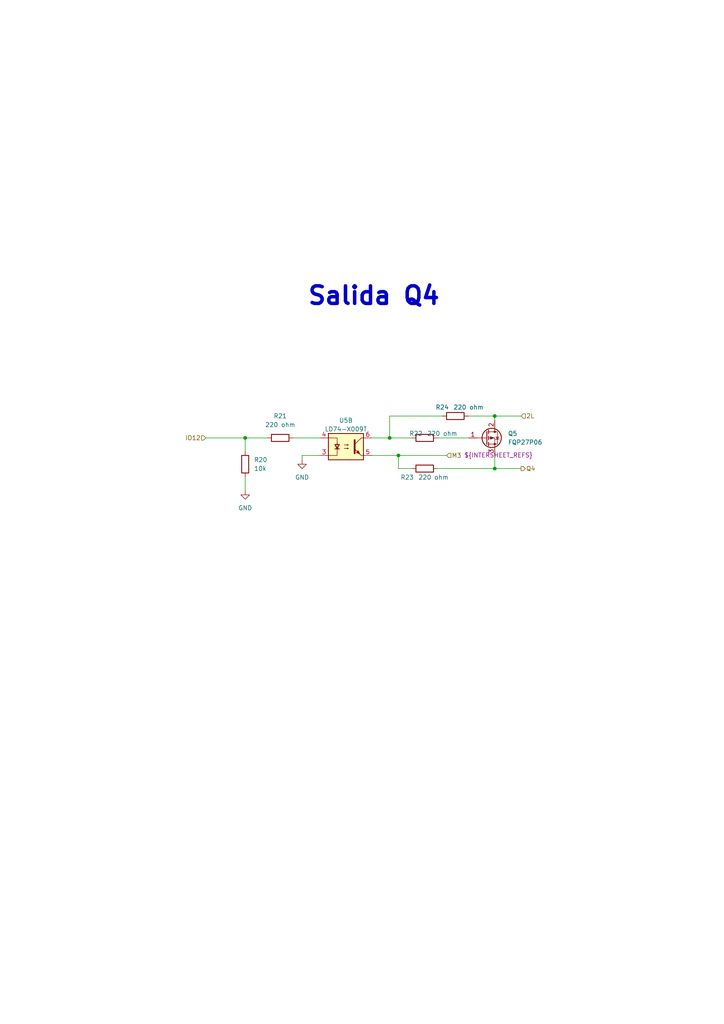
<source format=kicad_sch>
(kicad_sch (version 20221004) (generator eeschema)
  (paper "A4" portrait)
  (title_block (date "2022-10-09") (rev "José Luis Laica"))
  (lib_symbols
    (symbol "Device:R" (pin_numbers hide) (pin_names (offset 0))
      (property "Reference" "R" (at 2.032 0 90))
      (property "Value" "R" (at 0 0 90))
      (symbol "R_0_1"
        (rectangle (start -1.016 -2.54) (end 1.016 2.54) (stroke (width 0.254)))
      )
      (symbol "R_1_1"
        (pin passive line (at 0 3.81 270) (length 1.27) (name "~") (number "1"))
        (pin passive line (at 0 -3.81 90) (length 1.27) (name "~") (number "2"))
      )
    )
    (symbol "Isolator:ILD74" (pin_names (offset 1.016))
      (property "Reference" "U" (at -5.08 5.08 0))
      (property "Value" "ILD74" (at 0 5.08 0))
      (symbol "ILD74_0_1"
        (rectangle (start -5.08 3.81) (end 5.08 -3.81) (stroke (width 0.254)) (fill (type background)))
        (polyline (pts (xy -3.175 -0.635) (xy -1.905 -0.635)) (stroke (width 0.254)))
        (polyline (pts (xy 2.54 0.635) (xy 4.445 2.54)))
        (polyline (pts (xy 4.445 -2.54) (xy 2.54 -0.635)) (fill (type outline)))
        (polyline (pts (xy 4.445 -2.54) (xy 5.08 -2.54)))
        (polyline (pts (xy 4.445 2.54) (xy 5.08 2.54)))
        (polyline (pts (xy -5.08 2.54) (xy -2.54 2.54) (xy -2.54 0.635)))
        (polyline (pts (xy 2.54 1.905) (xy 2.54 -1.905) (xy 2.54 -1.905)) (stroke (width 0.508)))
        (polyline (pts (xy -2.54 -0.635) (xy -3.175 0.635) (xy -1.905 0.635) (xy -2.54 -0.635)) (stroke (width 0.254)))
        (polyline (pts (xy -2.54 -0.635) (xy -2.54 1.27) (xy -2.54 -2.54) (xy -5.08 -2.54)))
        (polyline (pts (xy -0.508 -0.508) (xy 0.762 -0.508) (xy 0.381 -0.635) (xy 0.381 -0.381) (xy 0.762 -0.508)))
        (polyline (pts (xy -0.508 0.508) (xy 0.762 0.508) (xy 0.381 0.381) (xy 0.381 0.635) (xy 0.762 0.508)))
        (polyline (pts (xy 3.048 -1.651) (xy 3.556 -1.143) (xy 4.064 -2.159) (xy 3.048 -1.651) (xy 3.048 -1.651)) (fill (type outline)))
      )
      (symbol "ILD74_1_1"
        (pin passive line (at -7.62 2.54 0) (length 2.54) (name "~") (number "1"))
        (pin passive line (at -7.62 -2.54 0) (length 2.54) (name "~") (number "2"))
        (pin passive line (at 7.62 2.54 180) (length 2.54) (name "~") (number "7"))
        (pin passive line (at 7.62 -2.54 180) (length 2.54) (name "~") (number "8"))
      )
      (symbol "ILD74_2_1"
        (pin passive line (at -7.62 -2.54 0) (length 2.54) (name "~") (number "3"))
        (pin passive line (at -7.62 2.54 0) (length 2.54) (name "~") (number "4"))
        (pin passive line (at 7.62 -2.54 180) (length 2.54) (name "~") (number "5"))
        (pin passive line (at 7.62 2.54 180) (length 2.54) (name "~") (number "6"))
      )
    )
    (symbol "Transistor_FET:FQP27P06" (pin_names hide)
      (property "Reference" "Q" (at 5.08 1.905 0))
      (property "Value" "FQP27P06" (at 5.08 0 0))
      (symbol "FQP27P06_0_1"
        (polyline (pts (xy 0.254 0) (xy -2.54 0)))
        (polyline (pts (xy 0.254 1.905) (xy 0.254 -1.905)) (stroke (width 0.254)))
        (polyline (pts (xy 0.762 -1.27) (xy 0.762 -2.286)) (stroke (width 0.254)))
        (polyline (pts (xy 0.762 0.508) (xy 0.762 -0.508)) (stroke (width 0.254)))
        (polyline (pts (xy 0.762 2.286) (xy 0.762 1.27)) (stroke (width 0.254)))
        (polyline (pts (xy 2.54 2.54) (xy 2.54 1.778)))
        (polyline (pts (xy 2.54 -2.54) (xy 2.54 0) (xy 0.762 0)))
        (polyline (pts (xy 0.762 1.778) (xy 3.302 1.778) (xy 3.302 -1.778) (xy 0.762 -1.778)))
        (polyline (pts (xy 2.286 0) (xy 1.27 0.381) (xy 1.27 -0.381) (xy 2.286 0)) (fill (type outline)))
        (polyline (pts (xy 2.794 -0.508) (xy 2.921 -0.381) (xy 3.683 -0.381) (xy 3.81 -0.254)))
        (polyline (pts (xy 3.302 -0.381) (xy 2.921 0.254) (xy 3.683 0.254) (xy 3.302 -0.381)))
        (circle (center 1.651 0) (radius 2.794) (stroke (width 0.254)))
        (circle (center 2.54 -1.778) (radius 0.254) (fill (type outline)))
        (circle (center 2.54 1.778) (radius 0.254) (fill (type outline)))
      )
      (symbol "FQP27P06_1_1"
        (pin input line (at -5.08 0 0) (length 2.54) (name "G") (number "1"))
        (pin passive line (at 2.54 5.08 270) (length 2.54) (name "D") (number "2"))
        (pin passive line (at 2.54 -5.08 90) (length 2.54) (name "S") (number "3"))
      )
    )
    (symbol "power:GND" (power) (pin_names (offset 0))
      (property "Value" "GND" (at 0 -3.81 0))
      (symbol "GND_0_1"
        (polyline (pts (xy 0 0) (xy 0 -1.27) (xy 1.27 -1.27) (xy 0 -2.54) (xy -1.27 -1.27) (xy 0 -1.27)))
      )
      (symbol "GND_1_1"
        (pin power_in line (at 0 0 270) (length 0) hide (name "GND") (number "1"))
      )
    )
  )
  (junction (at 143.51 120.65))
  (junction (at 71.12 127))
  (junction (at 113.03 127))
  (junction (at 115.57 132.08))
  (junction (at 143.51 135.89))
  (wire (pts (xy 127 135.89) (xy 143.51 135.89)))
  (wire (pts (xy 143.51 120.65) (xy 143.51 121.92)))
  (wire (pts (xy 115.57 132.08) (xy 107.95 132.08)))
  (wire (pts (xy 71.12 127) (xy 71.12 130.81)))
  (wire (pts (xy 113.03 127) (xy 119.38 127)))
  (wire (pts (xy 135.89 120.65) (xy 143.51 120.65)))
  (wire (pts (xy 128.27 120.65) (xy 113.03 120.65)))
  (wire (pts (xy 143.51 120.65) (xy 151.13 120.65)))
  (wire (pts (xy 115.57 135.89) (xy 115.57 132.08)))
  (wire (pts (xy 87.63 132.08) (xy 87.63 133.35)))
  (wire (pts (xy 92.71 132.08) (xy 87.63 132.08)))
  (wire (pts (xy 143.51 135.89) (xy 143.51 132.08)))
  (wire (pts (xy 71.12 138.43) (xy 71.12 142.24)))
  (wire (pts (xy 71.12 127) (xy 77.47 127)))
  (wire (pts (xy 115.57 132.08) (xy 129.54 132.08)))
  (wire (pts (xy 85.09 127) (xy 92.71 127)))
  (wire (pts (xy 143.51 135.89) (xy 151.13 135.89)))
  (wire (pts (xy 127 127) (xy 135.89 127)))
  (wire (pts (xy 119.38 135.89) (xy 115.57 135.89)))
  (wire (pts (xy 107.95 127) (xy 113.03 127)))
  (wire (pts (xy 59.69 127) (xy 71.12 127)))
  (wire (pts (xy 113.03 120.65) (xy 113.03 127)))
  (text "Salida Q4" (at 88.9 88.9 0) (effects (font (size 5.08 5.08) (thickness 1.016) bold) (justify left bottom)))
  (hierarchical_label "IO12" (shape input) (at 59.69 127 180))
  (hierarchical_label "M3" (shape input) (at 129.54 132.08 0) (property "Intersheet References" "${INTERSHEET_REFS}" (at 134.6141 132.0006 0) (effects (justify left))))
  (hierarchical_label "Q4" (shape output) (at 151.13 135.89 0))
  (hierarchical_label "2L" (shape input) (at 151.13 120.65 0))
  (symbol (lib_id "Device:R") (at 123.19 127 90) (unit 1)
    (property "Reference" "R22" (at 120.65 125.73 90))
    (property "Value" "220 ohm" (at 128.27 125.73 90))
    (property "Footprint" "Resistor_SMD:R_0603_1608Metric" (effects hide))
  )
  (symbol (lib_id "Device:R") (at 123.19 135.89 90) (unit 1)
    (property "Reference" "R23" (at 118.11 138.43 90))
    (property "Value" "220 ohm" (at 125.73 138.43 90))
    (property "Footprint" "Resistor_SMD:R_0603_1608Metric" (effects hide))
  )
  (symbol (lib_id "Transistor_FET:FQP27P06") (at 140.97 127 0) (unit 1)
    (property "Reference" "Q5" (at 147.32 125.7299 0) (effects (justify left)))
    (property "Value" "FQP27P06" (at 147.32 128.2699 0) (effects (justify left)))
    (property "Footprint" "Package_TO_SOT_SMD:TO-252-3_TabPin2" (effects hide))
    (property "Datasheet" "https://www.onsemi.com/pub/Collateral/FQP27P06-D.PDF" (effects hide))
  )
  (symbol (lib_id "Device:R") (at 81.28 127 90) (unit 1)
    (property "Reference" "R21" (at 81.28 120.65 90))
    (property "Value" "220 ohm" (at 81.28 123.19 90))
    (property "Footprint" "Resistor_SMD:R_0603_1608Metric" (effects hide))
  )
  (symbol (lib_id "power:GND") (at 71.12 142.24 0) (unit 1)
    (property "Reference" "#PWR018" (effects hide))
    (property "Value" "GND" (at 71.12 147.32 0))
  )
  (symbol (lib_id "Device:R") (at 132.08 120.65 90) (unit 1)
    (property "Reference" "R24" (at 128.27 118.11 90))
    (property "Value" "220 ohm" (at 135.89 118.11 90))
    (property "Footprint" "Resistor_SMD:R_0603_1608Metric" (effects hide))
  )
  (symbol (lib_id "Device:R") (at 71.12 134.62 0) (unit 1)
    (property "Reference" "R20" (at 73.66 133.3499 0) (effects (justify left)))
    (property "Value" "10k" (at 73.66 135.8899 0) (effects (justify left)))
    (property "Footprint" "Resistor_SMD:R_0603_1608Metric" (effects hide))
  )
  (symbol (lib_id "power:GND") (at 87.63 133.35 0) (unit 1)
    (property "Reference" "#PWR019" (effects hide))
    (property "Value" "GND" (at 87.63 138.43 0))
  )
  (symbol (lib_id "Isolator:ILD74") (at 100.33 129.54 0) (unit 2)
    (property "Reference" "U5" (at 100.33 121.92 0))
    (property "Value" "LD74-X009T" (at 100.33 124.46 0))
    (property "Footprint" "Package_DIP:DIP-8_W8.89mm_SMDSocket_LongPads" (effects hide))
    (property "Datasheet" "https://www.vishay.com/docs/83640/ild74.pdf" (effects hide))
  )
)
</source>
